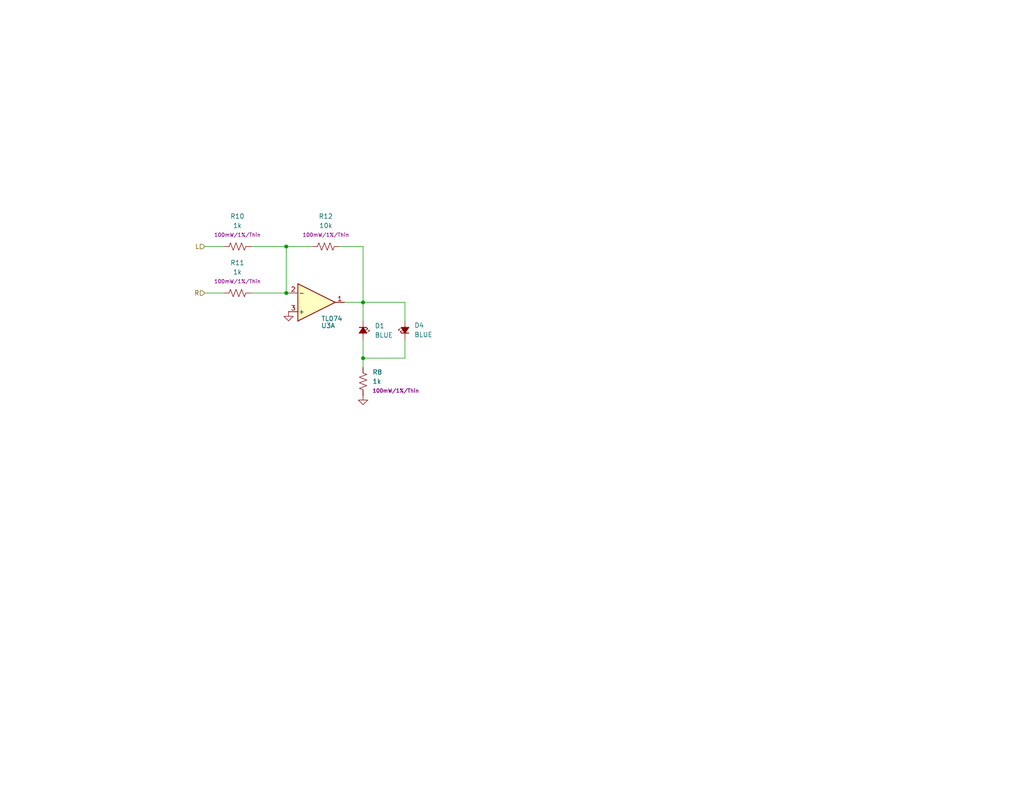
<source format=kicad_sch>
(kicad_sch (version 20231120) (generator "eeschema") (generator_version "8.0")
  (paper "USLetter")
  (title_block (title "Speak to Me") (date "2024-07-21") (rev "v9") (company "Winterbloom") (comment 1 "Alethea Flowers") (comment 2 "CERN-OHL-P v2") (comment 3 "speak.wntr.dev"))
  (lib_symbols
    (symbol "Device:LED_Small_Filled" (pin_numbers hide) (pin_names (offset 0.254) hide)
      (property "Reference" "D" (at -1.27 3.175 0))
      (property "Value" "LED_Small_Filled" (at -4.445 -2.54 0))
      (symbol "LED_Small_Filled_0_1"
        (polyline (pts (xy -0.762 -1.016) (xy -0.762 1.016)) (stroke (width 0.254)))
        (polyline (pts (xy 1.016 0) (xy -0.762 0)))
        (polyline (pts (xy 0.762 -1.016) (xy -0.762 0) (xy 0.762 1.016) (xy 0.762 -1.016)) (stroke (width 0.254)) (fill (type outline)))
        (polyline (pts (xy 0 0.762) (xy -0.508 1.27) (xy -0.254 1.27) (xy -0.508 1.27) (xy -0.508 1.016)))
        (polyline (pts (xy 0.508 1.27) (xy 0 1.778) (xy 0.254 1.778) (xy 0 1.778) (xy 0 1.524)))
      )
      (symbol "LED_Small_Filled_1_1"
        (pin passive line (at -2.54 0 0) (length 1.778) (name "K") (number "1"))
        (pin passive line (at 2.54 0 180) (length 1.778) (name "A") (number "2"))
      )
    )
    (symbol "Device:R_US" (pin_numbers hide) (pin_names (offset 0))
      (property "Reference" "R" (at 2.54 0 90))
      (property "Value" "R_US" (at -2.54 0 90))
      (symbol "R_US_0_1"
        (polyline (pts (xy 0 -2.286) (xy 0 -2.54)))
        (polyline (pts (xy 0 2.286) (xy 0 2.54)))
        (polyline (pts (xy 0 -0.762) (xy 1.016 -1.143) (xy 0 -1.524) (xy -1.016 -1.905) (xy 0 -2.286)))
        (polyline (pts (xy 0 0.762) (xy 1.016 0.381) (xy 0 0) (xy -1.016 -0.381) (xy 0 -0.762)))
        (polyline (pts (xy 0 2.286) (xy 1.016 1.905) (xy 0 1.524) (xy -1.016 1.143) (xy 0 0.762)))
      )
      (symbol "R_US_1_1"
        (pin passive line (at 0 3.81 270) (length 1.27) (name "~") (number "1"))
        (pin passive line (at 0 -3.81 90) (length 1.27) (name "~") (number "2"))
      )
    )
    (symbol "power:GND" (power) (pin_numbers hide) (pin_names (offset 0) hide)
      (property "Value" "GND" (at 0 -3.81 0))
      (symbol "GND_0_1"
        (polyline (pts (xy 0 0) (xy 0 -1.27) (xy 1.27 -1.27) (xy 0 -2.54) (xy -1.27 -1.27) (xy 0 -1.27)))
      )
      (symbol "GND_1_1"
        (pin power_in line (at 0 0 270) (length 0) (name "~") (number "1"))
      )
    )
    (symbol "winterbloom:TL074" (pin_names (offset 0.127))
      (property "Reference" "U" (at 0 3.81 0))
      (property "Value" "TL074" (at 0 -3.81 0))
      (symbol "TL074_1_1"
        (polyline (pts (xy -5.08 5.08) (xy 5.08 0) (xy -5.08 -5.08) (xy -5.08 5.08)) (stroke (width 0.254)) (fill (type background)))
        (pin output line (at 7.62 0 180) (length 2.54) (name "~") (number "1"))
        (pin input line (at -7.62 -2.54 0) (length 2.54) (name "-") (number "2"))
        (pin input line (at -7.62 2.54 0) (length 2.54) (name "+") (number "3"))
      )
      (symbol "TL074_2_1"
        (polyline (pts (xy -5.08 5.08) (xy 5.08 0) (xy -5.08 -5.08) (xy -5.08 5.08)) (stroke (width 0.254)) (fill (type background)))
        (pin input line (at -7.62 2.54 0) (length 2.54) (name "+") (number "5"))
        (pin input line (at -7.62 -2.54 0) (length 2.54) (name "-") (number "6"))
        (pin output line (at 7.62 0 180) (length 2.54) (name "~") (number "7"))
      )
      (symbol "TL074_3_1"
        (polyline (pts (xy -5.08 5.08) (xy 5.08 0) (xy -5.08 -5.08) (xy -5.08 5.08)) (stroke (width 0.254)) (fill (type background)))
        (pin input line (at -7.62 2.54 0) (length 2.54) (name "+") (number "10"))
        (pin output line (at 7.62 0 180) (length 2.54) (name "~") (number "8"))
        (pin input line (at -7.62 -2.54 0) (length 2.54) (name "-") (number "9"))
      )
      (symbol "TL074_4_1"
        (polyline (pts (xy -5.08 5.08) (xy 5.08 0) (xy -5.08 -5.08) (xy -5.08 5.08)) (stroke (width 0.254)) (fill (type background)))
        (pin input line (at -7.62 2.54 0) (length 2.54) (name "+") (number "12"))
        (pin input line (at -7.62 -2.54 0) (length 2.54) (name "-") (number "13"))
        (pin output line (at 7.62 0 180) (length 2.54) (name "~") (number "14"))
      )
      (symbol "TL074_5_1"
        (polyline (pts (xy -5.08 5.08) (xy 5.08 0) (xy -5.08 -5.08) (xy -5.08 5.08)) (stroke (width 0.254)) (fill (type background)))
        (pin power_in line (at -2.54 -7.62 90) (length 3.81) (name "V-") (number "11"))
        (pin power_in line (at -2.54 7.62 270) (length 3.81) (name "V+") (number "4"))
      )
    )
  )
  (junction (at 99.06 82.55))
  (junction (at 78.105 67.31))
  (junction (at 99.06 97.79))
  (junction (at 78.105 80.01))
  (wire (pts (xy 99.06 82.55) (xy 110.49 82.55)))
  (wire (pts (xy 78.105 67.31) (xy 85.09 67.31)))
  (wire (pts (xy 55.88 67.31) (xy 60.96 67.31)))
  (wire (pts (xy 110.49 82.55) (xy 110.49 87.63)))
  (wire (pts (xy 78.105 67.31) (xy 78.105 80.01)))
  (wire (pts (xy 99.06 100.33) (xy 99.06 97.79)))
  (wire (pts (xy 99.06 87.63) (xy 99.06 82.55)))
  (wire (pts (xy 110.49 92.71) (xy 110.49 97.79)))
  (wire (pts (xy 110.49 97.79) (xy 99.06 97.79)))
  (wire (pts (xy 78.105 80.01) (xy 68.58 80.01)))
  (wire (pts (xy 99.06 67.31) (xy 99.06 82.55)))
  (wire (pts (xy 93.98 82.55) (xy 99.06 82.55)))
  (wire (pts (xy 68.58 67.31) (xy 78.105 67.31)))
  (wire (pts (xy 99.06 92.71) (xy 99.06 97.79)))
  (wire (pts (xy 78.105 80.01) (xy 78.74 80.01)))
  (wire (pts (xy 55.88 80.01) (xy 60.96 80.01)))
  (wire (pts (xy 92.71 67.31) (xy 99.06 67.31)))
  (hierarchical_label "L" (shape input) (at 55.88 67.31 180))
  (hierarchical_label "R" (shape input) (at 55.88 80.01 180))
  (symbol (lib_id "power:GND") (at 78.74 85.09 0) (unit 1)
    (property "Reference" "#PWR030" (effects (hide yes)))
    (property "Value" "GND" (effects (hide yes)))
    (property "Description" "Power symbol creates a global label with name \"GND\" , ground" (effects (hide yes)))
  )
  (symbol (lib_id "Device:R_US") (at 64.77 67.31 90) (unit 1)
    (property "Reference" "R10" (at 64.77 59.055 90))
    (property "Value" "1k" (at 64.77 61.595 90))
    (property "Footprint" "winterbloom:R_0603_HandSolder" (effects (hide yes)))
    (property "Rating" "100mW/1%/Thin" (at 64.77 64.135 90) (effects (font (size 1 1))))
    (property "DigiKey" "YAG2323TR-ND" (effects (hide yes)))
    (property "LCSC" "C375503" (effects (hide yes)))
    (property "Substitutes Allowed" "Yes" (effects (hide yes)))
    (property "MPN" "RT0603FRE071KL" (effects (hide yes)))
  )
  (symbol (lib_id "Device:LED_Small_Filled") (at 99.06 90.17 270) (unit 1)
    (property "Reference" "D1" (at 102.235 88.9634 90) (effects (justify left)))
    (property "Value" "BLUE" (at 102.235 91.5034 90) (effects (justify left)))
    (property "Footprint" "winterbloom:LED_0805_Kingbright_APT2012" (effects (hide yes)))
    (property "Rating" "blue" (effects (hide yes)))
    (property "MPN" "APT2012VBC/D" (effects (hide yes)))
    (property "DigiKey" "754-1794-1-ND" (effects (hide yes)))
    (property "LCSC" "C5879386" (effects (hide yes)))
    (property "Substitutes Allowed" "No" (effects (hide yes)))
  )
  (symbol (lib_id "power:GND") (at 99.06 107.95 0) (unit 1)
    (property "Reference" "#PWR031" (effects (hide yes)))
    (property "Value" "GND" (effects (hide yes)))
    (property "Description" "Power symbol creates a global label with name \"GND\" , ground" (effects (hide yes)))
  )
  (symbol (lib_id "winterbloom:TL074") (at 86.36 82.55 0) (mirror x) (unit 1)
    (property "Reference" "U3" (at 89.535 88.9 0))
    (property "Value" "TL074" (at 87.63 86.995 0) (effects (justify left)))
    (property "Footprint" "Package_SO:TSSOP-14_4.4x5mm_P0.65mm" (effects (hide yes)))
    (property "Datasheet" "https://www.ti.com/lit/ds/symlink/tl071.pdf" (effects (hide yes)))
    (property "Description" "Low-Power, Quad-Operational Amplifiers, TSSOP-14" (effects (hide yes)))
    (property "mpn" "TL074CPW" (effects (hide yes)))
    (property "populate" "1" (effects (hide yes)))
    (property "MPN" "TL074CPW" (effects (hide yes)))
  )
  (symbol (lib_id "Device:R_US") (at 99.06 104.14 0) (unit 1)
    (property "Reference" "R8" (at 101.6 101.5999 0) (effects (justify left)))
    (property "Value" "1k" (at 101.6 104.1399 0) (effects (justify left)))
    (property "Footprint" "winterbloom:R_0603_HandSolder" (effects (hide yes)))
    (property "Rating" "100mW/1%/Thin" (at 101.6 106.68 0) (effects (font (size 1 1)) (justify left)))
    (property "DigiKey" "YAG2323TR-ND" (effects (hide yes)))
    (property "LCSC" "C375503" (effects (hide yes)))
    (property "Substitutes Allowed" "Yes" (effects (hide yes)))
    (property "MPN" "RT0603FRE071KL" (effects (hide yes)))
  )
  (symbol (lib_id "Device:R_US") (at 88.9 67.31 90) (unit 1)
    (property "Reference" "R12" (at 88.9 59.055 90))
    (property "Value" "10k" (at 88.9 61.595 90))
    (property "Footprint" "winterbloom:R_0603_HandSolder" (effects (hide yes)))
    (property "Rating" "100mW/1%/Thin" (at 88.9 64.135 90) (effects (font (size 1 1))))
    (property "DigiKey" "YAG2323TR-ND" (effects (hide yes)))
    (property "LCSC" "C375503" (effects (hide yes)))
    (property "Substitutes Allowed" "Yes" (effects (hide yes)))
    (property "MPN" "RT0603FRE071KL" (effects (hide yes)))
  )
  (symbol (lib_id "Device:R_US") (at 64.77 80.01 90) (unit 1)
    (property "Reference" "R11" (at 64.77 71.755 90))
    (property "Value" "1k" (at 64.77 74.295 90))
    (property "Footprint" "winterbloom:R_0603_HandSolder" (effects (hide yes)))
    (property "Rating" "100mW/1%/Thin" (at 64.77 76.835 90) (effects (font (size 1 1))))
    (property "DigiKey" "YAG2323TR-ND" (effects (hide yes)))
    (property "LCSC" "C375503" (effects (hide yes)))
    (property "Substitutes Allowed" "Yes" (effects (hide yes)))
    (property "MPN" "RT0603FRE071KL" (effects (hide yes)))
  )
  (symbol (lib_id "Device:LED_Small_Filled") (at 110.49 90.17 90) (unit 1)
    (property "Reference" "D4" (at 113.03 88.8364 90) (effects (justify right)))
    (property "Value" "BLUE" (at 113.03 91.3764 90) (effects (justify right)))
    (property "Footprint" "winterbloom:LED_0805_Kingbright_APT2012" (effects (hide yes)))
    (property "Rating" "blue" (effects (hide yes)))
    (property "MPN" "APT2012VBC/D" (effects (hide yes)))
    (property "DigiKey" "754-1794-1-ND" (effects (hide yes)))
    (property "LCSC" "C5879386" (effects (hide yes)))
    (property "Substitutes Allowed" "No" (effects (hide yes)))
  )
)
</source>
